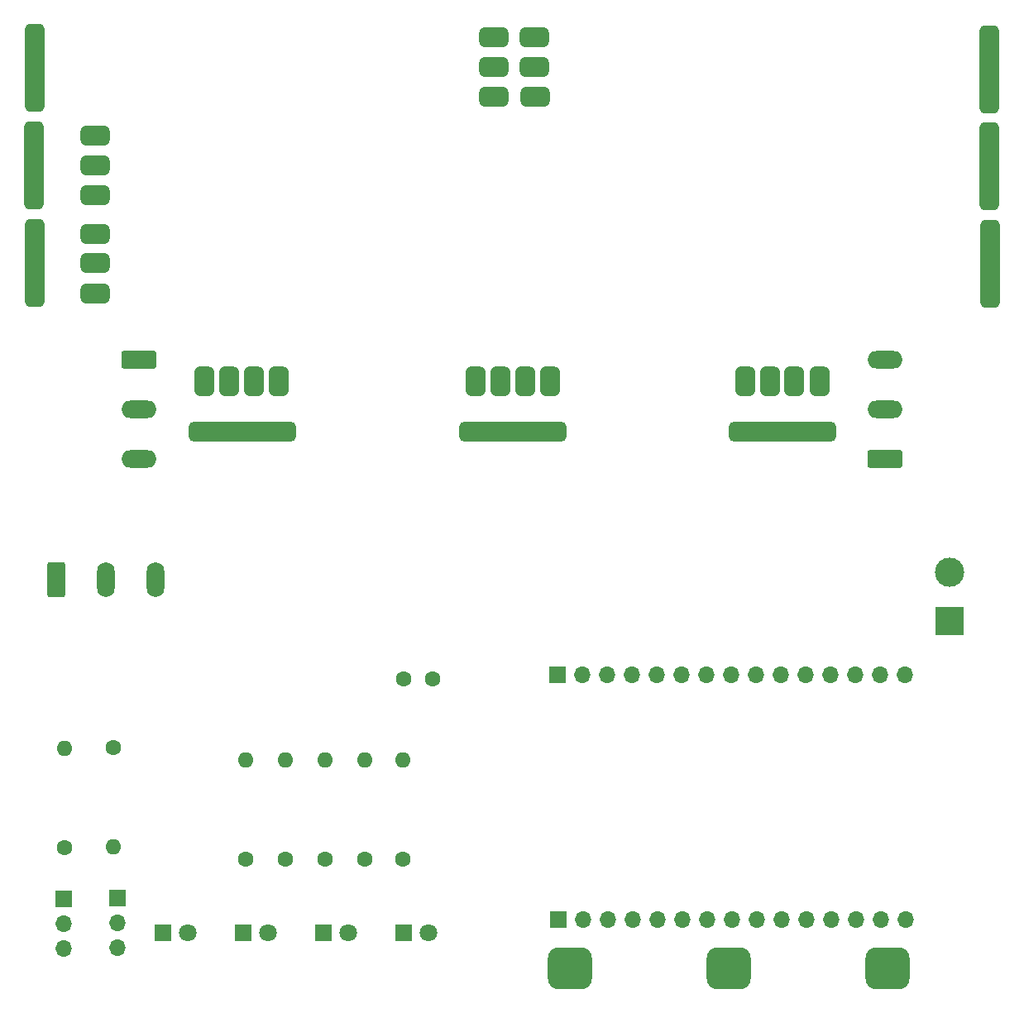
<source format=gts>
G04 #@! TF.GenerationSoftware,KiCad,Pcbnew,8.0.6*
G04 #@! TF.CreationDate,2024-10-17T13:08:26+02:00*
G04 #@! TF.ProjectId,esp_music_vis,6573705f-6d75-4736-9963-5f7669732e6b,rev?*
G04 #@! TF.SameCoordinates,Original*
G04 #@! TF.FileFunction,Soldermask,Top*
G04 #@! TF.FilePolarity,Negative*
%FSLAX46Y46*%
G04 Gerber Fmt 4.6, Leading zero omitted, Abs format (unit mm)*
G04 Created by KiCad (PCBNEW 8.0.6) date 2024-10-17 13:08:26*
%MOMM*%
%LPD*%
G01*
G04 APERTURE LIST*
G04 Aperture macros list*
%AMRoundRect*
0 Rectangle with rounded corners*
0 $1 Rounding radius*
0 $2 $3 $4 $5 $6 $7 $8 $9 X,Y pos of 4 corners*
0 Add a 4 corners polygon primitive as box body*
4,1,4,$2,$3,$4,$5,$6,$7,$8,$9,$2,$3,0*
0 Add four circle primitives for the rounded corners*
1,1,$1+$1,$2,$3*
1,1,$1+$1,$4,$5*
1,1,$1+$1,$6,$7*
1,1,$1+$1,$8,$9*
0 Add four rect primitives between the rounded corners*
20,1,$1+$1,$2,$3,$4,$5,0*
20,1,$1+$1,$4,$5,$6,$7,0*
20,1,$1+$1,$6,$7,$8,$9,0*
20,1,$1+$1,$8,$9,$2,$3,0*%
G04 Aperture macros list end*
%ADD10RoundRect,1.062500X-1.187500X-1.062500X1.187500X-1.062500X1.187500X1.062500X-1.187500X1.062500X0*%
%ADD11RoundRect,0.500000X0.500000X-4.000000X0.500000X4.000000X-0.500000X4.000000X-0.500000X-4.000000X0*%
%ADD12R,1.700000X1.700000*%
%ADD13O,1.700000X1.700000*%
%ADD14RoundRect,0.500000X-1.000000X0.500000X-1.000000X-0.500000X1.000000X-0.500000X1.000000X0.500000X0*%
%ADD15RoundRect,0.500000X-0.500000X-1.000000X0.500000X-1.000000X0.500000X1.000000X-0.500000X1.000000X0*%
%ADD16C,1.600000*%
%ADD17O,1.600000X1.600000*%
%ADD18RoundRect,0.500000X-5.000000X-0.500000X5.000000X-0.500000X5.000000X0.500000X-5.000000X0.500000X0*%
%ADD19R,3.000000X3.000000*%
%ADD20C,3.000000*%
%ADD21R,1.800000X1.800000*%
%ADD22C,1.800000*%
%ADD23RoundRect,0.250000X1.550000X-0.650000X1.550000X0.650000X-1.550000X0.650000X-1.550000X-0.650000X0*%
%ADD24O,3.600000X1.800000*%
%ADD25RoundRect,0.250000X-0.650000X-1.550000X0.650000X-1.550000X0.650000X1.550000X-0.650000X1.550000X0*%
%ADD26O,1.800000X3.600000*%
%ADD27RoundRect,0.250000X-1.550000X0.650000X-1.550000X-0.650000X1.550000X-0.650000X1.550000X0.650000X0*%
G04 APERTURE END LIST*
D10*
X122162500Y-147200000D03*
D11*
X51100000Y-75000000D03*
D12*
X54100000Y-140100000D03*
D13*
X54100000Y-142640000D03*
X54100000Y-145180000D03*
D14*
X98100000Y-51900000D03*
D10*
X105875000Y-147200000D03*
D14*
X98125000Y-58000000D03*
X57275000Y-65000000D03*
D15*
X131450000Y-87100000D03*
X96250000Y-87125000D03*
D14*
X102300000Y-54900000D03*
X102300000Y-51900000D03*
D12*
X104720000Y-142200000D03*
D13*
X107260000Y-142200000D03*
X109800000Y-142200000D03*
X112340000Y-142200000D03*
X114880000Y-142200000D03*
X117420000Y-142200000D03*
X119960000Y-142200000D03*
X122500000Y-142200000D03*
X125040000Y-142200000D03*
X127580000Y-142200000D03*
X130120000Y-142200000D03*
X132660000Y-142200000D03*
X135200000Y-142200000D03*
X137740000Y-142200000D03*
X140280000Y-142200000D03*
D12*
X104640000Y-117200000D03*
D13*
X107180000Y-117200000D03*
X109720000Y-117200000D03*
X112260000Y-117200000D03*
X114800000Y-117200000D03*
X117340000Y-117200000D03*
X119880000Y-117200000D03*
X122420000Y-117200000D03*
X124960000Y-117200000D03*
X127500000Y-117200000D03*
X130040000Y-117200000D03*
X132580000Y-117200000D03*
X135120000Y-117200000D03*
X137660000Y-117200000D03*
X140200000Y-117200000D03*
D11*
X148875000Y-65100000D03*
D16*
X84900000Y-136080000D03*
D17*
X84900000Y-125920000D03*
D11*
X51100000Y-55000000D03*
D14*
X57300000Y-75000000D03*
X102325000Y-58000000D03*
D16*
X54200000Y-134880000D03*
D17*
X54200000Y-124720000D03*
D18*
X100100000Y-92250000D03*
D15*
X73550000Y-87100000D03*
D14*
X57275000Y-62000000D03*
D18*
X72350000Y-92250000D03*
D16*
X59200000Y-124620000D03*
D17*
X59200000Y-134780000D03*
D19*
X144780000Y-111680000D03*
D20*
X144780000Y-106680000D03*
D21*
X88925000Y-143600000D03*
D22*
X91465000Y-143600000D03*
D14*
X57300000Y-68100000D03*
D16*
X88800000Y-136080000D03*
D17*
X88800000Y-125920000D03*
D15*
X103850000Y-87100000D03*
D11*
X51075000Y-65000000D03*
D21*
X72481666Y-143600000D03*
D22*
X75021666Y-143600000D03*
D14*
X57325000Y-78100000D03*
D12*
X59600000Y-140060000D03*
D13*
X59600000Y-142600000D03*
X59600000Y-145140000D03*
D11*
X148875000Y-55200000D03*
D15*
X128900000Y-87100000D03*
D16*
X72750000Y-136080000D03*
D17*
X72750000Y-125920000D03*
D15*
X76100000Y-87100000D03*
D16*
X91900000Y-117600000D03*
X88900000Y-117600000D03*
D10*
X138450000Y-147200000D03*
D23*
X138200000Y-95100000D03*
D24*
X138200000Y-90020000D03*
X138200000Y-84940000D03*
D25*
X53357500Y-107422500D03*
D26*
X58437500Y-107422500D03*
X63517500Y-107422500D03*
D15*
X123850000Y-87125000D03*
X98800000Y-87125000D03*
X126400000Y-87125000D03*
X68500000Y-87125000D03*
D11*
X148900000Y-75100000D03*
D21*
X80703332Y-143600000D03*
D22*
X83243332Y-143600000D03*
D14*
X98100000Y-54900000D03*
D16*
X80850000Y-136080000D03*
D17*
X80850000Y-125920000D03*
D21*
X64260000Y-143600000D03*
D22*
X66800000Y-143600000D03*
D15*
X101300000Y-87100000D03*
D16*
X76800000Y-136080000D03*
D17*
X76800000Y-125920000D03*
D14*
X57300000Y-72000000D03*
D18*
X127700000Y-92250000D03*
D15*
X71050000Y-87125000D03*
D27*
X61800000Y-84900000D03*
D24*
X61800000Y-89980000D03*
X61800000Y-95060000D03*
M02*

</source>
